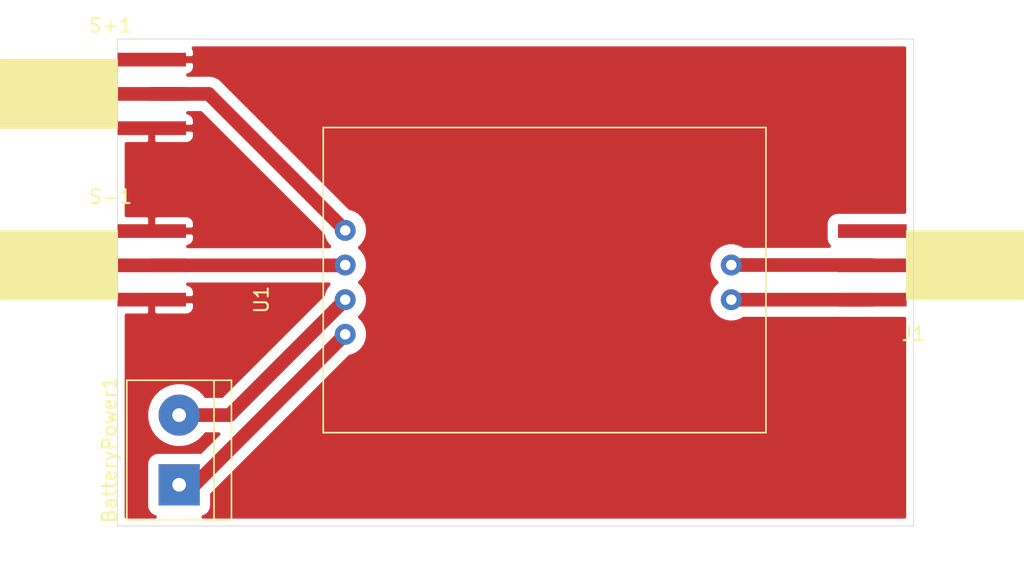
<source format=kicad_pcb>
(kicad_pcb (version 20171130) (host pcbnew 5.1.5+dfsg1-2build2)

  (general
    (thickness 1.6)
    (drawings 4)
    (tracks 12)
    (zones 0)
    (modules 5)
    (nets 8)
  )

  (page A4)
  (layers
    (0 F.Cu signal)
    (31 B.Cu signal)
    (32 B.Adhes user)
    (33 F.Adhes user)
    (34 B.Paste user)
    (35 F.Paste user)
    (36 B.SilkS user)
    (37 F.SilkS user)
    (38 B.Mask user)
    (39 F.Mask user)
    (40 Dwgs.User user)
    (41 Cmts.User user)
    (42 Eco1.User user)
    (43 Eco2.User user)
    (44 Edge.Cuts user)
    (45 Margin user)
    (46 B.CrtYd user)
    (47 F.CrtYd user)
    (48 B.Fab user)
    (49 F.Fab user)
  )

  (setup
    (last_trace_width 0.5)
    (trace_clearance 0.75)
    (zone_clearance 0.508)
    (zone_45_only no)
    (trace_min 0.2)
    (via_size 1.2)
    (via_drill 0.8)
    (via_min_size 0.4)
    (via_min_drill 0.3)
    (uvia_size 0.3)
    (uvia_drill 0.1)
    (uvias_allowed no)
    (uvia_min_size 0.2)
    (uvia_min_drill 0.1)
    (edge_width 0.05)
    (segment_width 0.2)
    (pcb_text_width 0.3)
    (pcb_text_size 1.5 1.5)
    (mod_edge_width 0.12)
    (mod_text_size 1 1)
    (mod_text_width 0.15)
    (pad_size 3 3)
    (pad_drill 1)
    (pad_to_mask_clearance 0.05)
    (aux_axis_origin 0 0)
    (visible_elements FFFFFF7F)
    (pcbplotparams
      (layerselection 0x01000_7fffffff)
      (usegerberextensions false)
      (usegerberattributes true)
      (usegerberadvancedattributes true)
      (creategerberjobfile true)
      (excludeedgelayer true)
      (linewidth 0.100000)
      (plotframeref false)
      (viasonmask false)
      (mode 1)
      (useauxorigin false)
      (hpglpennumber 1)
      (hpglpenspeed 20)
      (hpglpendiameter 15.000000)
      (psnegative false)
      (psa4output false)
      (plotreference true)
      (plotvalue true)
      (plotinvisibletext false)
      (padsonsilk false)
      (subtractmaskfromsilk false)
      (outputformat 1)
      (mirror false)
      (drillshape 0)
      (scaleselection 1)
      (outputdirectory ""))
  )

  (net 0 "")
  (net 1 "Net-(BatteryPower1-Pad2)")
  (net 2 "Net-(BatteryPower1-Pad1)")
  (net 3 "Net-(J1-Pad2)")
  (net 4 "Net-(J1-Pad1)")
  (net 5 GND)
  (net 6 "Net-(S+1-Pad1)")
  (net 7 "Net-(S-1-Pad1)")

  (net_class Default "This is the default net class."
    (clearance 0.75)
    (trace_width 0.5)
    (via_dia 1.2)
    (via_drill 0.8)
    (uvia_dia 0.3)
    (uvia_drill 0.1)
    (add_net GND)
    (add_net "Net-(BatteryPower1-Pad1)")
    (add_net "Net-(BatteryPower1-Pad2)")
    (add_net "Net-(J1-Pad1)")
    (add_net "Net-(J1-Pad2)")
    (add_net "Net-(S+1-Pad1)")
    (add_net "Net-(S-1-Pad1)")
  )

  (module custom-footprints:Teyleten-Differential-Amplifier (layer F.Cu) (tedit 62520CB0) (tstamp 6252595E)
    (at 33 35.5 90)
    (path /625269A4)
    (fp_text reference U1 (at 0 0.5 90) (layer F.SilkS)
      (effects (font (size 1 1) (thickness 0.15)))
    )
    (fp_text value Teyleten-Differential-Amplifier (at 0 -0.5 90) (layer F.Fab)
      (effects (font (size 1 1) (thickness 0.15)))
    )
    (fp_line (start 12.55 5) (end 12.55 37.25) (layer F.SilkS) (width 0.12))
    (fp_line (start 12.55 5) (end -9.7 5) (layer F.SilkS) (width 0.12))
    (fp_line (start 12.55 37.25) (end -9.7 37.25) (layer F.SilkS) (width 0.12))
    (fp_line (start -9.7 37.25) (end -9.7 5) (layer F.SilkS) (width 0.12))
    (pad 6 thru_hole circle (at -0.003333 34.725) (size 1.524 1.524) (drill 0.762) (layers *.Cu *.Mask)
      (net 3 "Net-(J1-Pad2)"))
    (pad 5 thru_hole circle (at 2.523333 34.725 90) (size 1.524 1.524) (drill 0.762) (layers *.Cu *.Mask)
      (net 4 "Net-(J1-Pad1)"))
    (pad 4 thru_hole circle (at -2.53 6.6 180) (size 1.524 1.524) (drill 0.762) (layers *.Cu *.Mask)
      (net 2 "Net-(BatteryPower1-Pad1)"))
    (pad 3 thru_hole circle (at -0.003333 6.6) (size 1.524 1.524) (drill 0.762) (layers *.Cu *.Mask)
      (net 1 "Net-(BatteryPower1-Pad2)"))
    (pad 2 thru_hole circle (at 2.523333 6.6 90) (size 1.524 1.524) (drill 0.762) (layers *.Cu *.Mask)
      (net 7 "Net-(S-1-Pad1)"))
    (pad 1 thru_hole circle (at 5.05 6.6 90) (size 1.524 1.524) (drill 0.762) (layers *.Cu *.Mask)
      (net 6 "Net-(S+1-Pad1)"))
  )

  (module custom-footprints:amazon-sma-connector (layer F.Cu) (tedit 6248B7DA) (tstamp 62525950)
    (at 22.5 27.5)
    (path /62520EAC)
    (fp_text reference S-1 (at 0 0.5) (layer F.SilkS)
      (effects (font (size 1 1) (thickness 0.15)))
    )
    (fp_text value Conn_Coaxial (at 0 -0.5) (layer F.Fab)
      (effects (font (size 1 1) (thickness 0.15)))
    )
    (fp_poly (pts (xy 0.5 8) (xy -8 8) (xy -8 3) (xy 0.5 3)) (layer F.SilkS) (width 0.1))
    (pad 2 connect rect (at 3 8) (size 5 1) (layers F.Cu F.Mask)
      (net 5 GND))
    (pad 1 connect rect (at 3 5.5) (size 5 1) (layers F.Cu F.Mask)
      (net 7 "Net-(S-1-Pad1)"))
    (pad 2 connect rect (at 3 3) (size 5 1) (layers F.Cu F.Mask)
      (net 5 GND))
  )

  (module custom-footprints:amazon-sma-connector (layer F.Cu) (tedit 6248B7DA) (tstamp 62525948)
    (at 22.5 15)
    (path /62520929)
    (fp_text reference S+1 (at 0 0.5) (layer F.SilkS)
      (effects (font (size 1 1) (thickness 0.15)))
    )
    (fp_text value Conn_Coaxial (at 0 -0.5) (layer F.Fab)
      (effects (font (size 1 1) (thickness 0.15)))
    )
    (fp_poly (pts (xy 0.5 8) (xy -8 8) (xy -8 3) (xy 0.5 3)) (layer F.SilkS) (width 0.1))
    (pad 2 connect rect (at 3 8) (size 5 1) (layers F.Cu F.Mask)
      (net 5 GND))
    (pad 1 connect rect (at 3 5.5) (size 5 1) (layers F.Cu F.Mask)
      (net 6 "Net-(S+1-Pad1)"))
    (pad 2 connect rect (at 3 3) (size 5 1) (layers F.Cu F.Mask)
      (net 5 GND))
  )

  (module custom-footprints:amazon-sma-connector (layer F.Cu) (tedit 6248B7DA) (tstamp 62525940)
    (at 81 38.5 180)
    (path /625304BE)
    (fp_text reference J1 (at 0 0.5) (layer F.SilkS)
      (effects (font (size 1 1) (thickness 0.15)))
    )
    (fp_text value Conn_Coaxial (at 0 -0.5) (layer F.Fab)
      (effects (font (size 1 1) (thickness 0.15)))
    )
    (fp_poly (pts (xy 0.5 8) (xy -8 8) (xy -8 3) (xy 0.5 3)) (layer F.SilkS) (width 0.1))
    (pad 2 connect rect (at 3 8 180) (size 5 1) (layers F.Cu F.Mask)
      (net 3 "Net-(J1-Pad2)"))
    (pad 1 connect rect (at 3 5.5 180) (size 5 1) (layers F.Cu F.Mask)
      (net 4 "Net-(J1-Pad1)"))
    (pad 2 connect rect (at 3 3 180) (size 5 1) (layers F.Cu F.Mask)
      (net 3 "Net-(J1-Pad2)"))
  )

  (module TerminalBlock:TerminalBlock_bornier-2_P5.08mm (layer F.Cu) (tedit 62520F10) (tstamp 62525938)
    (at 27.5 49 90)
    (descr "simple 2-pin terminal block, pitch 5.08mm, revamped version of bornier2")
    (tags "terminal block bornier2")
    (path /62524BF6)
    (fp_text reference BatteryPower1 (at 2.54 -5.08 90) (layer F.SilkS)
      (effects (font (size 1 1) (thickness 0.15)))
    )
    (fp_text value Screw_Terminal_01x02 (at 2.54 5.08 90) (layer F.Fab)
      (effects (font (size 1 1) (thickness 0.15)))
    )
    (fp_text user %R (at 2.54 0 90) (layer F.Fab)
      (effects (font (size 1 1) (thickness 0.15)))
    )
    (fp_line (start -2.41 2.55) (end 7.49 2.55) (layer F.Fab) (width 0.1))
    (fp_line (start -2.46 -3.75) (end -2.46 3.75) (layer F.Fab) (width 0.1))
    (fp_line (start -2.46 3.75) (end 7.54 3.75) (layer F.Fab) (width 0.1))
    (fp_line (start 7.54 3.75) (end 7.54 -3.75) (layer F.Fab) (width 0.1))
    (fp_line (start 7.54 -3.75) (end -2.46 -3.75) (layer F.Fab) (width 0.1))
    (fp_line (start 7.62 2.54) (end -2.54 2.54) (layer F.SilkS) (width 0.12))
    (fp_line (start 7.62 3.81) (end 7.62 -3.81) (layer F.SilkS) (width 0.12))
    (fp_line (start 7.62 -3.81) (end -2.54 -3.81) (layer F.SilkS) (width 0.12))
    (fp_line (start -2.54 -3.81) (end -2.54 3.81) (layer F.SilkS) (width 0.12))
    (fp_line (start -2.54 3.81) (end 7.62 3.81) (layer F.SilkS) (width 0.12))
    (fp_line (start -2.71 -4) (end 7.79 -4) (layer F.CrtYd) (width 0.05))
    (fp_line (start -2.71 -4) (end -2.71 4) (layer F.CrtYd) (width 0.05))
    (fp_line (start 7.79 4) (end 7.79 -4) (layer F.CrtYd) (width 0.05))
    (fp_line (start 7.79 4) (end -2.71 4) (layer F.CrtYd) (width 0.05))
    (pad 2 thru_hole circle (at 5.08 0 90) (size 3 3) (drill 1) (layers *.Cu *.Mask)
      (net 1 "Net-(BatteryPower1-Pad2)"))
    (pad 1 thru_hole rect (at 0 0 90) (size 3 3) (drill 1) (layers *.Cu *.Mask)
      (net 2 "Net-(BatteryPower1-Pad1)"))
    (model ${KISYS3DMOD}/TerminalBlock.3dshapes/TerminalBlock_bornier-2_P5.08mm.wrl
      (offset (xyz 2.539999961853027 0 0))
      (scale (xyz 1 1 1))
      (rotate (xyz 0 0 0))
    )
  )

  (gr_line (start 81 52) (end 23 52) (layer Edge.Cuts) (width 0.05) (tstamp 625266CA))
  (gr_line (start 81 16.5) (end 81 52) (layer Edge.Cuts) (width 0.05))
  (gr_line (start 23 16.5) (end 81 16.5) (layer Edge.Cuts) (width 0.05))
  (gr_line (start 23 52) (end 23 16.5) (layer Edge.Cuts) (width 0.05))

  (segment (start 31.183333 43.92) (end 39.6 35.503333) (width 1) (layer F.Cu) (net 1))
  (segment (start 27.5 43.92) (end 31.183333 43.92) (width 1) (layer F.Cu) (net 1))
  (segment (start 28.63 49) (end 39.6 38.03) (width 1) (layer F.Cu) (net 2))
  (segment (start 27.5 49) (end 28.63 49) (width 0.5) (layer F.Cu) (net 2))
  (segment (start 77.996667 35.503333) (end 78 35.5) (width 0.5) (layer F.Cu) (net 3))
  (segment (start 67.725 35.503333) (end 77.996667 35.503333) (width 1) (layer F.Cu) (net 3))
  (segment (start 77.976667 32.976667) (end 78 33) (width 0.5) (layer F.Cu) (net 4))
  (segment (start 67.725 32.976667) (end 77.976667 32.976667) (width 1) (layer F.Cu) (net 4))
  (segment (start 29.65 20.5) (end 39.6 30.45) (width 1) (layer F.Cu) (net 6))
  (segment (start 25.5 20.5) (end 29.65 20.5) (width 1) (layer F.Cu) (net 6))
  (segment (start 39.576667 33) (end 39.6 32.976667) (width 0.5) (layer F.Cu) (net 7))
  (segment (start 25.5 33) (end 39.576667 33) (width 1) (layer F.Cu) (net 7))

  (zone (net 5) (net_name GND) (layer F.Cu) (tstamp 0) (hatch edge 0.508)
    (connect_pads (clearance 0.508))
    (min_thickness 0.254)
    (fill yes (arc_segments 32) (thermal_gap 0.508) (thermal_bridge_width 0.508))
    (polygon
      (pts
        (xy 81 16.5) (xy 81 52) (xy 23 52) (xy 23 16.5)
      )
    )
    (filled_polygon
      (pts
        (xy 38.326906 34.458532) (xy 38.147537 34.726976) (xy 38.023986 35.025254) (xy 37.997487 35.158473) (xy 30.612962 42.543)
        (xy 29.438711 42.543) (xy 29.346336 42.404751) (xy 29.015249 42.073664) (xy 28.625932 41.81353) (xy 28.193345 41.634347)
        (xy 27.734114 41.543) (xy 27.265886 41.543) (xy 26.806655 41.634347) (xy 26.374068 41.81353) (xy 25.984751 42.073664)
        (xy 25.653664 42.404751) (xy 25.39353 42.794068) (xy 25.214347 43.226655) (xy 25.123 43.685886) (xy 25.123 44.154114)
        (xy 25.214347 44.613345) (xy 25.39353 45.045932) (xy 25.653664 45.435249) (xy 25.984751 45.766336) (xy 26.374068 46.02647)
        (xy 26.806655 46.205653) (xy 27.265886 46.297) (xy 27.734114 46.297) (xy 28.193345 46.205653) (xy 28.625932 46.02647)
        (xy 29.015249 45.766336) (xy 29.346336 45.435249) (xy 29.438711 45.297) (xy 30.385629 45.297) (xy 29.058145 46.624484)
        (xy 29 46.618757) (xy 26 46.618757) (xy 25.828078 46.63569) (xy 25.662763 46.685838) (xy 25.510408 46.767273)
        (xy 25.376867 46.876867) (xy 25.267273 47.010408) (xy 25.185838 47.162763) (xy 25.13569 47.328078) (xy 25.118757 47.5)
        (xy 25.118757 50.5) (xy 25.13569 50.671922) (xy 25.185838 50.837237) (xy 25.267273 50.989592) (xy 25.376867 51.123133)
        (xy 25.510408 51.232727) (xy 25.662763 51.314162) (xy 25.747939 51.34) (xy 23.66 51.34) (xy 23.66 36.637156)
        (xy 25.21425 36.635) (xy 25.373 36.47625) (xy 25.373 35.627) (xy 25.627 35.627) (xy 25.627 36.47625)
        (xy 25.78575 36.635) (xy 28 36.638072) (xy 28.124482 36.625812) (xy 28.24418 36.589502) (xy 28.354494 36.530537)
        (xy 28.451185 36.451185) (xy 28.530537 36.354494) (xy 28.589502 36.24418) (xy 28.625812 36.124482) (xy 28.638072 36)
        (xy 28.635 35.78575) (xy 28.47625 35.627) (xy 25.627 35.627) (xy 25.373 35.627) (xy 25.353 35.627)
        (xy 25.353 35.373) (xy 25.373 35.373) (xy 25.373 35.353) (xy 25.627 35.353) (xy 25.627 35.373)
        (xy 28.47625 35.373) (xy 28.635 35.21425) (xy 28.638072 35) (xy 28.625812 34.875518) (xy 28.589502 34.75582)
        (xy 28.530537 34.645506) (xy 28.451185 34.548815) (xy 28.354494 34.469463) (xy 28.24418 34.410498) (xy 28.133752 34.377)
        (xy 38.408438 34.377)
      )
    )
    (filled_polygon
      (pts
        (xy 80.34 29.118757) (xy 75.5 29.118757) (xy 75.328078 29.13569) (xy 75.162763 29.185838) (xy 75.010408 29.267273)
        (xy 74.876867 29.376867) (xy 74.767273 29.510408) (xy 74.685838 29.662763) (xy 74.63569 29.828078) (xy 74.618757 30)
        (xy 74.618757 31) (xy 74.63569 31.171922) (xy 74.685838 31.337237) (xy 74.767273 31.489592) (xy 74.857609 31.599667)
        (xy 68.614295 31.599667) (xy 68.501357 31.524204) (xy 68.203079 31.400653) (xy 67.886427 31.337667) (xy 67.563573 31.337667)
        (xy 67.246921 31.400653) (xy 66.948643 31.524204) (xy 66.680199 31.703573) (xy 66.451906 31.931866) (xy 66.272537 32.20031)
        (xy 66.148986 32.498588) (xy 66.086 32.81524) (xy 66.086 33.138094) (xy 66.148986 33.454746) (xy 66.272537 33.753024)
        (xy 66.451906 34.021468) (xy 66.670438 34.24) (xy 66.451906 34.458532) (xy 66.272537 34.726976) (xy 66.148986 35.025254)
        (xy 66.086 35.341906) (xy 66.086 35.66476) (xy 66.148986 35.981412) (xy 66.272537 36.27969) (xy 66.451906 36.548134)
        (xy 66.680199 36.776427) (xy 66.948643 36.955796) (xy 67.246921 37.079347) (xy 67.563573 37.142333) (xy 67.886427 37.142333)
        (xy 68.203079 37.079347) (xy 68.501357 36.955796) (xy 68.614295 36.880333) (xy 75.490761 36.880333) (xy 75.5 36.881243)
        (xy 80.340001 36.881243) (xy 80.340001 51.34) (xy 29.252061 51.34) (xy 29.337237 51.314162) (xy 29.489592 51.232727)
        (xy 29.623133 51.123133) (xy 29.732727 50.989592) (xy 29.814162 50.837237) (xy 29.86431 50.671922) (xy 29.881243 50.5)
        (xy 29.881243 49.696128) (xy 39.944859 39.632513) (xy 40.078079 39.606014) (xy 40.376357 39.482463) (xy 40.644801 39.303094)
        (xy 40.873094 39.074801) (xy 41.052463 38.806357) (xy 41.176014 38.508079) (xy 41.239 38.191427) (xy 41.239 37.868573)
        (xy 41.176014 37.551921) (xy 41.052463 37.253643) (xy 40.873094 36.985199) (xy 40.654562 36.766667) (xy 40.873094 36.548134)
        (xy 41.052463 36.27969) (xy 41.176014 35.981412) (xy 41.239 35.66476) (xy 41.239 35.341906) (xy 41.176014 35.025254)
        (xy 41.052463 34.726976) (xy 40.873094 34.458532) (xy 40.654562 34.24) (xy 40.873094 34.021468) (xy 41.052463 33.753024)
        (xy 41.176014 33.454746) (xy 41.239 33.138094) (xy 41.239 32.81524) (xy 41.176014 32.498588) (xy 41.052463 32.20031)
        (xy 40.873094 31.931866) (xy 40.654562 31.713334) (xy 40.873094 31.494801) (xy 41.052463 31.226357) (xy 41.176014 30.928079)
        (xy 41.239 30.611427) (xy 41.239 30.288573) (xy 41.176014 29.971921) (xy 41.052463 29.673643) (xy 40.873094 29.405199)
        (xy 40.644801 29.176906) (xy 40.376357 28.997537) (xy 40.078079 28.873986) (xy 39.944859 28.847487) (xy 30.671521 19.57415)
        (xy 30.628397 19.521603) (xy 30.418721 19.349527) (xy 30.179505 19.221663) (xy 29.919939 19.142925) (xy 29.71764 19.123)
        (xy 29.65 19.116338) (xy 29.58236 19.123) (xy 28.133752 19.123) (xy 28.24418 19.089502) (xy 28.354494 19.030537)
        (xy 28.451185 18.951185) (xy 28.530537 18.854494) (xy 28.589502 18.74418) (xy 28.625812 18.624482) (xy 28.638072 18.5)
        (xy 28.635 18.28575) (xy 28.47625 18.127) (xy 25.627 18.127) (xy 25.627 18.147) (xy 25.373 18.147)
        (xy 25.373 18.127) (xy 25.353 18.127) (xy 25.353 17.873) (xy 25.373 17.873) (xy 25.373 17.853)
        (xy 25.627 17.853) (xy 25.627 17.873) (xy 28.47625 17.873) (xy 28.635 17.71425) (xy 28.638072 17.5)
        (xy 28.625812 17.375518) (xy 28.589502 17.25582) (xy 28.538284 17.16) (xy 80.34 17.16)
      )
    )
    (filled_polygon
      (pts
        (xy 37.997487 30.794859) (xy 38.023986 30.928079) (xy 38.147537 31.226357) (xy 38.326906 31.494801) (xy 38.455105 31.623)
        (xy 28.133752 31.623) (xy 28.24418 31.589502) (xy 28.354494 31.530537) (xy 28.451185 31.451185) (xy 28.530537 31.354494)
        (xy 28.589502 31.24418) (xy 28.625812 31.124482) (xy 28.638072 31) (xy 28.635 30.78575) (xy 28.47625 30.627)
        (xy 25.627 30.627) (xy 25.627 30.647) (xy 25.373 30.647) (xy 25.373 30.627) (xy 25.353 30.627)
        (xy 25.353 30.373) (xy 25.373 30.373) (xy 25.373 29.52375) (xy 25.627 29.52375) (xy 25.627 30.373)
        (xy 28.47625 30.373) (xy 28.635 30.21425) (xy 28.638072 30) (xy 28.625812 29.875518) (xy 28.589502 29.75582)
        (xy 28.530537 29.645506) (xy 28.451185 29.548815) (xy 28.354494 29.469463) (xy 28.24418 29.410498) (xy 28.124482 29.374188)
        (xy 28 29.361928) (xy 25.78575 29.365) (xy 25.627 29.52375) (xy 25.373 29.52375) (xy 25.21425 29.365)
        (xy 23.66 29.362844) (xy 23.66 24.137156) (xy 25.21425 24.135) (xy 25.373 23.97625) (xy 25.373 23.127)
        (xy 25.627 23.127) (xy 25.627 23.97625) (xy 25.78575 24.135) (xy 28 24.138072) (xy 28.124482 24.125812)
        (xy 28.24418 24.089502) (xy 28.354494 24.030537) (xy 28.451185 23.951185) (xy 28.530537 23.854494) (xy 28.589502 23.74418)
        (xy 28.625812 23.624482) (xy 28.638072 23.5) (xy 28.635 23.28575) (xy 28.47625 23.127) (xy 25.627 23.127)
        (xy 25.373 23.127) (xy 25.353 23.127) (xy 25.353 22.873) (xy 25.373 22.873) (xy 25.373 22.853)
        (xy 25.627 22.853) (xy 25.627 22.873) (xy 28.47625 22.873) (xy 28.635 22.71425) (xy 28.638072 22.5)
        (xy 28.625812 22.375518) (xy 28.589502 22.25582) (xy 28.530537 22.145506) (xy 28.451185 22.048815) (xy 28.354494 21.969463)
        (xy 28.24418 21.910498) (xy 28.133752 21.877) (xy 29.079629 21.877)
      )
    )
  )
)

</source>
